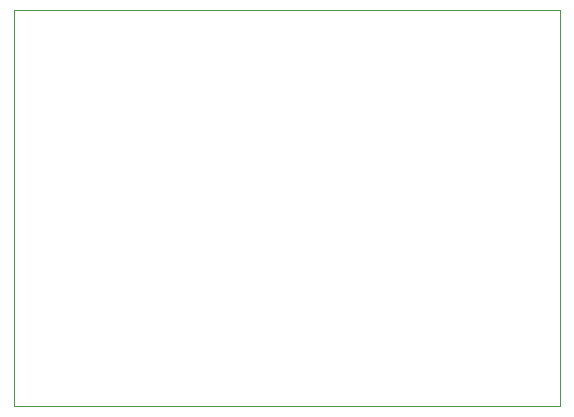
<source format=gbr>
%TF.GenerationSoftware,KiCad,Pcbnew,(6.0.0-0)*%
%TF.CreationDate,2022-03-20T10:52:18-04:00*%
%TF.ProjectId,ADC-smal,4144432d-736d-4616-9c2e-6b696361645f,rev?*%
%TF.SameCoordinates,Original*%
%TF.FileFunction,Profile,NP*%
%FSLAX46Y46*%
G04 Gerber Fmt 4.6, Leading zero omitted, Abs format (unit mm)*
G04 Created by KiCad (PCBNEW (6.0.0-0)) date 2022-03-20 10:52:18*
%MOMM*%
%LPD*%
G01*
G04 APERTURE LIST*
%TA.AperFunction,Profile*%
%ADD10C,0.100000*%
%TD*%
G04 APERTURE END LIST*
D10*
X104394000Y-45466000D02*
X150622000Y-45466000D01*
X150622000Y-45466000D02*
X150622000Y-78994000D01*
X150622000Y-78994000D02*
X104394000Y-78994000D01*
X104394000Y-78994000D02*
X104394000Y-45466000D01*
M02*

</source>
